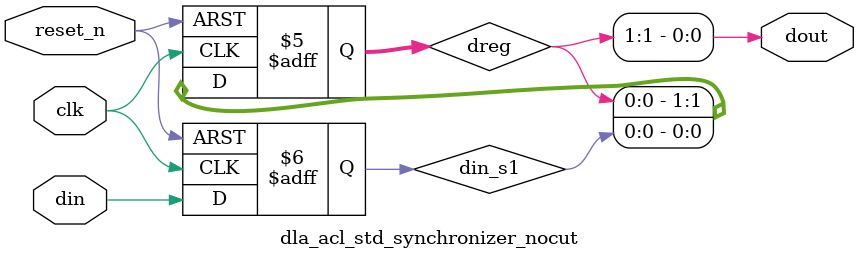
<source format=v>


//-----------------------------------------------------------------------------
//
// File: dla_acl_std_synchronizer_nocut.v
//
// Abstract: Single bit clock domain crossing synchronizer. Exactly the same
//           as altera_std_synchronizer.v, except that the embedded false
//           path constraint is removed in this module. If you use this
//           module, you will have to apply the appropriate timing
//           constraints.
//
//           We expect to make this a standard Quartus atom eventually.
//
//           Composed of two or more flip flops connected in series.
//           Random metastable condition is simulated when the 
//           __ALTERA_STD__METASTABLE_SIM macro is defined.
//           Use +define+__ALTERA_STD__METASTABLE_SIM argument 
//           on the Verilog simulator compiler command line to 
//           enable this mode. In addition, define the macro
//           __ALTERA_STD__METASTABLE_SIM_VERBOSE to get console output 
//           with every metastable event generated in the synchronizer.
//
`timescale 1ns / 1ns

module dla_acl_std_synchronizer_nocut (
                                clk, 
                                reset_n, 
                                din, 
                                dout
                                );

   parameter depth = 3; // This value must be >= 2 !
   parameter rst_value = 0;     
     
   input   clk;
   input   reset_n;    
   input   din;
   output  dout;
   
   // QuartusII synthesis directives:
   //     1. Preserve all registers ie. do not touch them.
   //     2. Do not merge other flip-flops with synchronizer flip-flops.
   // QuartusII TimeQuest directives:
   //     1. Identify all flip-flops in this module as members of the synchronizer 
   //        to enable automatic metastability MTBF analysis.

   (* altera_attribute = {"-name ADV_NETLIST_OPT_ALLOWED NEVER_ALLOW; -name SYNCHRONIZER_IDENTIFICATION FORCED; -name DONT_MERGE_REGISTER ON; -name PRESERVE_REGISTER ON  "} *) reg din_s1;

   (* altera_attribute = {"-name ADV_NETLIST_OPT_ALLOWED NEVER_ALLOW; -name DONT_MERGE_REGISTER ON; -name PRESERVE_REGISTER ON"} *) reg [depth-2:0] dreg;    
   
   //synthesis translate_off
   initial begin
      if (depth <2) begin
         $display("%m: Error: synchronizer length: %0d less than 2.", depth);
      end
   end

   // the first synchronizer register is either a simple D flop for synthesis
   // and non-metastable simulation or a D flop with a method to inject random
   // metastable events resulting in random delay of [0,1] cycles
   
`ifdef __ALTERA_STD__METASTABLE_SIM

   reg[31:0]  RANDOM_SEED = 123456;      
   wire  next_din_s1;
   wire  dout;
   reg   din_last;
   reg          random;
   event metastable_event; // hook for debug monitoring

   initial begin
      $display("%m: Info: Metastable event injection simulation mode enabled");
   end
   
   always @(posedge clk) begin
      if (reset_n == 0)
        random <= $random(RANDOM_SEED);
      else
        random <= $random;
   end

   assign next_din_s1 = (din_last ^ din) ? random : din;   

   always @(posedge clk or negedge reset_n) begin
       if (reset_n == 0) 
         din_last <= (rst_value == 0)? 1'b0 : 1'b1;
       else
         din_last <= din;
   end

   always @(posedge clk or negedge reset_n) begin
       if (reset_n == 0) 
         din_s1 <= (rst_value == 0)? 1'b0 : 1'b1;
       else
         din_s1 <= next_din_s1;
   end
   
`else 

   //synthesis translate_on   
   generate if (rst_value == 0)
       always @(posedge clk or negedge reset_n) begin
           if (reset_n == 0) 
             din_s1 <= 1'b0;
           else
             din_s1 <= din;
       end
   endgenerate
   
   generate if (rst_value == 1)
       always @(posedge clk or negedge reset_n) begin
           if (reset_n == 0) 
             din_s1 <= 1'b1;
           else
             din_s1 <= din;
       end
   endgenerate
   //synthesis translate_off      

`endif

`ifdef __ALTERA_STD__METASTABLE_SIM_VERBOSE
   always @(*) begin
      if (reset_n && (din_last != din) && (random != din)) begin
         $display("%m: Verbose Info: metastable event @ time %t", $time);
         ->metastable_event;
      end
   end      
`endif

   //synthesis translate_on

   // the remaining synchronizer registers form a simple shift register
   // of length depth-1
   generate if (rst_value == 0)
      if (depth < 3) begin
         always @(posedge clk or negedge reset_n) begin
            if (reset_n == 0) 
              dreg <= {depth-1{1'b0}};            
            else
              dreg <= din_s1;
         end         
      end else begin
         always @(posedge clk or negedge reset_n) begin
            if (reset_n == 0) 
              dreg <= {depth-1{1'b0}};
            else
              dreg <= {dreg[depth-3:0], din_s1};
         end
      end
   endgenerate
   
   generate if (rst_value == 1)
      if (depth < 3) begin
         always @(posedge clk or negedge reset_n) begin
            if (reset_n == 0) 
              dreg <= {depth-1{1'b1}};            
            else
              dreg <= din_s1;
         end         
      end else begin
         always @(posedge clk or negedge reset_n) begin
            if (reset_n == 0) 
              dreg <= {depth-1{1'b1}};
            else
              dreg <= {dreg[depth-3:0], din_s1};
         end
      end
   endgenerate

   assign dout = dreg[depth-2];
   
endmodule 


                        

</source>
